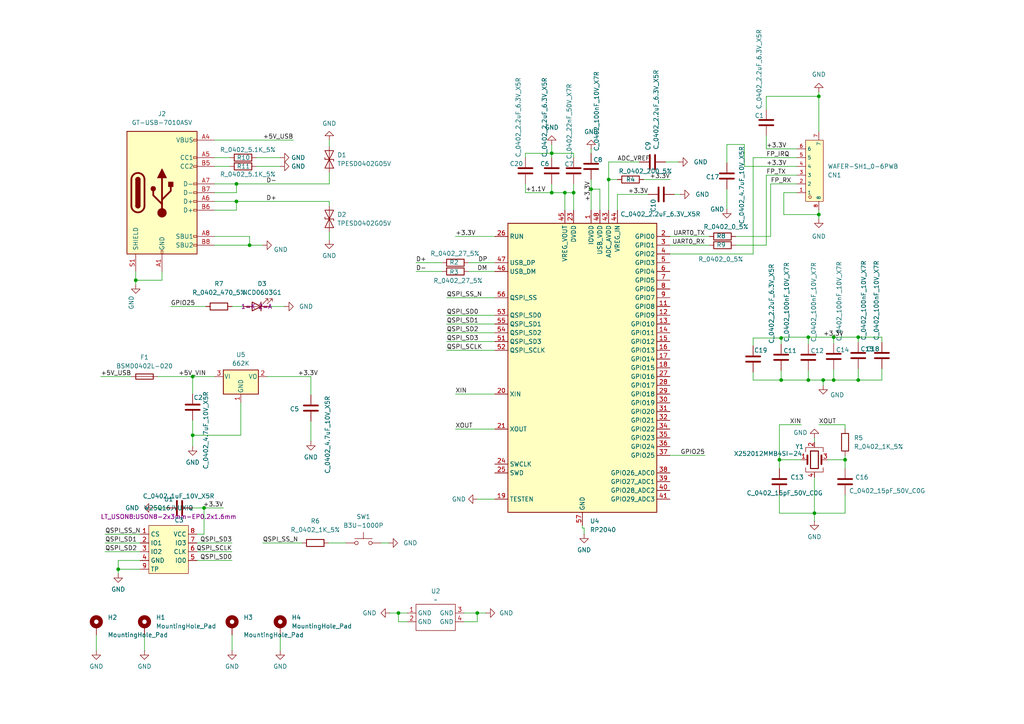
<source format=kicad_sch>
(kicad_sch (version 20250114) (generator "eeschema") (generator_version "9.0")
  (paper "A4")
  (lib_symbols
    (symbol "Device:C" (pin_numbers (hide yes)) (pin_names (offset 0.254))
      (property "Reference" "C" (at 0.635 2.54 0))
      (property "Value" "C" (at 0.635 -2.54 0))
      (symbol "C_0_1"
        (polyline (pts (xy -2.032 0.762) (xy 2.032 0.762)) (stroke (width 0.508)))
        (polyline (pts (xy -2.032 -0.762) (xy 2.032 -0.762)) (stroke (width 0.508)))
      )
      (symbol "C_1_1"
        (pin passive line (at 0 3.81 270) (length 2.794) (name "~") (number "1"))
        (pin passive line (at 0 -3.81 90) (length 2.794) (name "~") (number "2"))
      )
    )
    (symbol "Device:Crystal_GND24" (pin_names (offset 1.016) (hide yes))
      (property "Reference" "Y" (at 3.175 5.08 0))
      (property "Value" "Crystal_GND24" (at 3.175 3.175 0))
      (symbol "Crystal_GND24_0_1"
        (polyline (pts (xy -2.54 2.286) (xy -2.54 3.556) (xy 2.54 3.556) (xy 2.54 2.286)))
        (polyline (pts (xy -2.54 0) (xy -2.032 0)))
        (polyline (pts (xy -2.54 -2.286) (xy -2.54 -3.556) (xy 2.54 -3.556) (xy 2.54 -2.286)))
        (polyline (pts (xy -2.032 -1.27) (xy -2.032 1.27)) (stroke (width 0.508)))
        (rectangle (start -1.143 2.54) (end 1.143 -2.54) (stroke (width 0.3048)))
        (polyline (pts (xy 0 3.556) (xy 0 3.81)))
        (polyline (pts (xy 0 -3.81) (xy 0 -3.556)))
        (polyline (pts (xy 2.032 0) (xy 2.54 0)))
        (polyline (pts (xy 2.032 -1.27) (xy 2.032 1.27)) (stroke (width 0.508)))
      )
      (symbol "Crystal_GND24_1_1"
        (pin passive line (at -3.81 0 0) (length 1.27) (name "1") (number "1"))
        (pin passive line (at 0 5.08 270) (length 1.27) (name "2") (number "2"))
        (pin passive line (at 0 -5.08 90) (length 1.27) (name "4") (number "4"))
        (pin passive line (at 3.81 0 180) (length 1.27) (name "3") (number "3"))
      )
    )
    (symbol "Device:Fuse" (pin_numbers (hide yes)) (pin_names (offset 0))
      (property "Reference" "F" (at 2.032 0 90))
      (property "Value" "Fuse" (at -1.905 0 90))
      (symbol "Fuse_0_1"
        (rectangle (start -0.762 -2.54) (end 0.762 2.54) (stroke (width 0.254)))
        (polyline (pts (xy 0 2.54) (xy 0 -2.54)))
      )
      (symbol "Fuse_1_1"
        (pin passive line (at 0 3.81 270) (length 1.27) (name "~") (number "1"))
        (pin passive line (at 0 -3.81 90) (length 1.27) (name "~") (number "2"))
      )
    )
    (symbol "Device:LED" (pin_numbers (hide yes)) (pin_names (offset 1.016) (hide yes))
      (property "Reference" "D" (at 0 2.54 0))
      (property "Value" "LED" (at 0 -2.54 0))
      (symbol "LED_0_1"
        (polyline (pts (xy -3.048 -0.762) (xy -4.572 -2.286) (xy -3.81 -2.286) (xy -4.572 -2.286) (xy -4.572 -1.524)))
        (polyline (pts (xy -1.778 -0.762) (xy -3.302 -2.286) (xy -2.54 -2.286) (xy -3.302 -2.286) (xy -3.302 -1.524)))
        (polyline (pts (xy -1.27 0) (xy 1.27 0)))
        (polyline (pts (xy -1.27 -1.27) (xy -1.27 1.27)) (stroke (width 0.254)))
        (polyline (pts (xy 1.27 -1.27) (xy 1.27 1.27) (xy -1.27 0) (xy 1.27 -1.27)) (stroke (width 0.254)))
      )
      (symbol "LED_1_1"
        (pin passive line (at -3.81 0 0) (length 2.54) (name "K") (number "1"))
        (pin passive line (at 3.81 0 180) (length 2.54) (name "A") (number "2"))
      )
    )
    (symbol "Device:R" (pin_numbers (hide yes)) (pin_names (offset 0))
      (property "Reference" "R" (at 2.032 0 90))
      (property "Value" "R" (at 0 0 90))
      (symbol "R_0_1"
        (rectangle (start -1.016 -2.54) (end 1.016 2.54) (stroke (width 0.254)))
      )
      (symbol "R_1_1"
        (pin passive line (at 0 3.81 270) (length 1.27) (name "~") (number "1"))
        (pin passive line (at 0 -3.81 90) (length 1.27) (name "~") (number "2"))
      )
    )
    (symbol "Diode:ESD9B5.0ST5G" (pin_numbers (hide yes)) (pin_names (offset 1.016) (hide yes))
      (property "Reference" "D" (at 0 2.54 0))
      (property "Value" "ESD9B5.0ST5G" (at 0 -2.54 0))
      (symbol "ESD9B5.0ST5G_0_1"
        (polyline (pts (xy -2.54 -1.27) (xy 0 0) (xy -2.54 1.27) (xy -2.54 -1.27)) (stroke (width 0.2032)))
        (polyline (pts (xy 0.508 1.27) (xy 0 1.27) (xy 0 -1.27) (xy -0.508 -1.27)) (stroke (width 0.2032)))
        (polyline (pts (xy 1.27 0) (xy -1.27 0)))
        (polyline (pts (xy 2.54 1.27) (xy 2.54 -1.27) (xy 0 0) (xy 2.54 1.27)) (stroke (width 0.2032)))
      )
      (symbol "ESD9B5.0ST5G_1_1"
        (pin passive line (at -3.81 0 0) (length 2.54) (name "A1") (number "1"))
        (pin passive line (at 3.81 0 180) (length 2.54) (name "A2") (number "2"))
      )
    )
    (symbol "LT_Conn:WAFER-SH1_0-6PWB"
      (property "Reference" "CN" (at 0 1.27 0))
      (property "Value" "WAFER-SH1_0-6PWB" (at -11.43 11.176 0))
      (symbol "WAFER-SH1_0-6PWB_0_1"
        (rectangle (start -2.54 8.89) (end 2.54 -8.89) (fill (type background)))
        (circle (center -1.27 7.62) (radius 0.381) (fill (type background)))
        (pin unspecified line (at -5.08 6.35 0) (length 2.54) (name "1") (number "1"))
        (pin unspecified line (at -5.08 3.81 0) (length 2.54) (name "2") (number "2"))
        (pin unspecified line (at -5.08 1.27 0) (length 2.54) (name "3") (number "3"))
        (pin unspecified line (at -5.08 -1.27 0) (length 2.54) (name "4") (number "4"))
        (pin unspecified line (at -5.08 -3.81 0) (length 2.54) (name "5") (number "5"))
        (pin unspecified line (at -5.08 -6.35 0) (length 2.54) (name "6") (number "6"))
        (pin unspecified line (at 1.27 11.43 270) (length 2.54) (name "8") (number "8"))
        (pin unspecified line (at 1.27 -11.43 90) (length 2.54) (name "7") (number "7"))
      )
    )
    (symbol "LT_Module:ZW101"
      (property "Reference" "U" (at 0 0 0))
      (symbol "ZW101_0_1"
        (rectangle (start -6.35 3.81) (end 5.08 -3.81))
      )
      (symbol "ZW101_1_1"
        (pin input line (at -8.89 1.27 0) (length 2.54) (name "GND") (number "1"))
        (pin input line (at -8.89 -1.27 0) (length 2.54) (name "GND") (number "2"))
        (pin input line (at 7.62 1.27 180) (length 2.54) (name "GND") (number "3"))
        (pin input line (at 7.62 -1.27 180) (length 2.54) (name "GND") (number "4"))
      )
    )
    (symbol "LT_USB_C_Receptacle:GT-USB-7010ASV" (pin_names (offset 1.016))
      (property "Reference" "J" (at 0 22.225 0))
      (property "Value" "GT-USB-7010ASV" (at 0 19.685 0))
      (symbol "GT-USB-7010ASV_0_0"
        (rectangle (start -0.254 -17.78) (end 0.254 -16.764))
        (rectangle (start 10.16 15.494) (end 9.144 14.986))
        (rectangle (start 10.16 10.414) (end 9.144 9.906))
        (rectangle (start 10.16 7.874) (end 9.144 7.366))
        (rectangle (start 10.16 2.794) (end 9.144 2.286))
        (rectangle (start 10.16 0.254) (end 9.144 -0.254))
        (rectangle (start 10.16 -2.286) (end 9.144 -2.794))
        (rectangle (start 10.16 -4.826) (end 9.144 -5.334))
        (rectangle (start 10.16 -12.446) (end 9.144 -12.954))
        (rectangle (start 10.16 -14.986) (end 9.144 -15.494))
      )
      (symbol "GT-USB-7010ASV_0_1"
        (rectangle (start -10.16 17.78) (end 10.16 -17.78) (stroke (width 0.254)) (fill (type background)))
        (polyline (pts (xy -8.89 -3.81) (xy -8.89 3.81)) (stroke (width 0.508)))
        (rectangle (start -7.62 -3.81) (end -6.35 3.81) (stroke (width 0.254)) (fill (type outline)))
        (arc (start -7.62 3.81) (mid -6.985 4.4423) (end -6.35 3.81) (stroke (width 0.254)))
        (arc (start -7.62 3.81) (mid -6.985 4.4423) (end -6.35 3.81) (stroke (width 0.254)) (fill (type outline)))
        (arc (start -8.89 3.81) (mid -6.985 5.7067) (end -5.08 3.81) (stroke (width 0.508)))
        (arc (start -5.08 -3.81) (mid -6.985 -5.7067) (end -8.89 -3.81) (stroke (width 0.508)))
        (arc (start -6.35 -3.81) (mid -6.985 -4.4423) (end -7.62 -3.81) (stroke (width 0.254)))
        (arc (start -6.35 -3.81) (mid -6.985 -4.4423) (end -7.62 -3.81) (stroke (width 0.254)) (fill (type outline)))
        (polyline (pts (xy -5.08 3.81) (xy -5.08 -3.81)) (stroke (width 0.508)))
        (circle (center -2.54 1.143) (radius 0.635) (stroke (width 0.254)) (fill (type outline)))
        (polyline (pts (xy -1.27 4.318) (xy 0 6.858) (xy 1.27 4.318) (xy -1.27 4.318)) (stroke (width 0.254)) (fill (type outline)))
        (polyline (pts (xy 0 -2.032) (xy 2.54 0.508) (xy 2.54 1.778)) (stroke (width 0.508)))
        (polyline (pts (xy 0 -3.302) (xy -2.54 -0.762) (xy -2.54 0.508)) (stroke (width 0.508)))
        (polyline (pts (xy 0 -5.842) (xy 0 4.318)) (stroke (width 0.508)))
        (circle (center 0 -5.842) (radius 1.27) (fill (type outline)))
        (rectangle (start 1.905 1.778) (end 3.175 3.048) (stroke (width 0.254)) (fill (type outline)))
      )
      (symbol "GT-USB-7010ASV_1_1"
        (pin passive line (at -7.62 -22.86 90) (length 5.08) (name "SHIELD") (number "S1"))
        (pin passive line (at 0 -22.86 90) (length 5.08) (name "GND") (number "A1"))
        (pin passive line (at 0 -22.86 90) (length 5.08) (hide yes) (name "GND") (number "A12"))
        (pin passive line (at 0 -22.86 90) (length 5.08) (hide yes) (name "GND") (number "B1"))
        (pin passive line (at 0 -22.86 90) (length 5.08) (hide yes) (name "GND") (number "B12"))
        (pin passive line (at 15.24 15.24 180) (length 5.08) (name "VBUS") (number "A4"))
        (pin passive line (at 15.24 15.24 180) (length 5.08) (hide yes) (name "VBUS") (number "A9"))
        (pin passive line (at 15.24 15.24 180) (length 5.08) (hide yes) (name "VBUS") (number "B4"))
        (pin passive line (at 15.24 15.24 180) (length 5.08) (hide yes) (name "VBUS") (number "B9"))
        (pin bidirectional line (at 15.24 10.16 180) (length 5.08) (name "CC1") (number "A5"))
        (pin bidirectional line (at 15.24 7.62 180) (length 5.08) (name "CC2") (number "B5"))
        (pin bidirectional line (at 15.24 2.54 180) (length 5.08) (name "D-") (number "A7"))
        (pin bidirectional line (at 15.24 0 180) (length 5.08) (name "D-") (number "B7"))
        (pin bidirectional line (at 15.24 -2.54 180) (length 5.08) (name "D+") (number "A6"))
        (pin bidirectional line (at 15.24 -5.08 180) (length 5.08) (name "D+") (number "B6"))
        (pin bidirectional line (at 15.24 -12.7 180) (length 5.08) (name "SBU1") (number "A8"))
        (pin bidirectional line (at 15.24 -15.24 180) (length 5.08) (name "SBU2") (number "B8"))
      )
    )
    (symbol "LT_W25Q16JVUXIQ:W25Q16JVUXIQ"
      (property "Reference" "U" (at -3.81 7.62 0))
      (property "Value" "W25Q16JVUXIQ" (at -2.54 -6.35 0))
      (property "Footprint" "LT_USON8:USON8-2x3mm-EP0.2x1.6mm" (at -0.254 -8.636 0))
      (symbol "W25Q16JVUXIQ_1_1"
        (rectangle (start -8.89 8.89) (end 2.54 -5.08) (fill (type background)))
        (pin input line (at -11.43 6.35 0) (length 2.54) (name "CS") (number "1"))
        (pin output line (at -11.43 3.81 0) (length 2.54) (name "IO1") (number "2"))
        (pin input line (at -11.43 1.27 0) (length 2.54) (name "IO2") (number "3"))
        (pin power_out line (at -11.43 -1.27 0) (length 2.54) (name "GND") (number "4"))
        (pin power_out line (at -11.43 -3.81 0) (length 2.54) (name "TP") (number "9"))
        (pin power_in line (at 5.08 6.35 180) (length 2.54) (name "VCC") (number "8"))
        (pin input line (at 5.08 3.81 180) (length 2.54) (name "IO3") (number "7"))
        (pin input line (at 5.08 1.27 180) (length 2.54) (name "CLK") (number "6"))
        (pin input line (at 5.08 -1.27 180) (length 2.54) (name "IO0") (number "5"))
      )
    )
    (symbol "MCU_RaspberryPi:RP2040"
      (property "Reference" "U" (at 17.78 45.72 0))
      (property "Value" "RP2040" (at 17.78 43.18 0))
      (symbol "RP2040_0_1"
        (rectangle (start -21.59 41.91) (end 21.59 -41.91) (stroke (width 0.254)) (fill (type background)))
      )
      (symbol "RP2040_1_1"
        (pin input line (at -25.4 38.1 0) (length 3.81) (name "RUN") (number "26"))
        (pin bidirectional line (at -25.4 30.48 0) (length 3.81) (name "USB_DP") (number "47"))
        (pin bidirectional line (at -25.4 27.94 0) (length 3.81) (name "USB_DM") (number "46"))
        (pin bidirectional line (at -25.4 20.32 0) (length 3.81) (name "QSPI_SS") (number "56"))
        (pin bidirectional line (at -25.4 15.24 0) (length 3.81) (name "QSPI_SD0") (number "53"))
        (pin bidirectional line (at -25.4 12.7 0) (length 3.81) (name "QSPI_SD1") (number "55"))
        (pin bidirectional line (at -25.4 10.16 0) (length 3.81) (name "QSPI_SD2") (number "54"))
        (pin bidirectional line (at -25.4 7.62 0) (length 3.81) (name "QSPI_SD3") (number "51"))
        (pin output line (at -25.4 5.08 0) (length 3.81) (name "QSPI_SCLK") (number "52"))
        (pin input line (at -25.4 -7.62 0) (length 3.81) (name "XIN") (number "20"))
        (pin passive line (at -25.4 -17.78 0) (length 3.81) (name "XOUT") (number "21"))
        (pin input line (at -25.4 -27.94 0) (length 3.81) (name "SWCLK") (number "24"))
        (pin bidirectional line (at -25.4 -30.48 0) (length 3.81) (name "SWD") (number "25"))
        (pin input line (at -25.4 -38.1 0) (length 3.81) (name "TESTEN") (number "19"))
        (pin power_out line (at -5.08 45.72 270) (length 3.81) (name "VREG_VOUT") (number "45"))
        (pin power_in line (at -2.54 45.72 270) (length 3.81) (name "DVDD") (number "23"))
        (pin passive line (at -2.54 45.72 270) (length 3.81) (hide yes) (name "DVDD") (number "50"))
        (pin power_in line (at 0 -45.72 90) (length 3.81) (name "GND") (number "57"))
        (pin power_in line (at 2.54 45.72 270) (length 3.81) (name "IOVDD") (number "1"))
        (pin passive line (at 2.54 45.72 270) (length 3.81) (hide yes) (name "IOVDD") (number "10"))
        (pin passive line (at 2.54 45.72 270) (length 3.81) (hide yes) (name "IOVDD") (number "22"))
        (pin passive line (at 2.54 45.72 270) (length 3.81) (hide yes) (name "IOVDD") (number "33"))
        (pin passive line (at 2.54 45.72 270) (length 3.81) (hide yes) (name "IOVDD") (number "42"))
        (pin passive line (at 2.54 45.72 270) (length 3.81) (hide yes) (name "IOVDD") (number "49"))
        (pin power_in line (at 5.08 45.72 270) (length 3.81) (name "USB_VDD") (number "48"))
        (pin power_in line (at 7.62 45.72 270) (length 3.81) (name "ADC_AVDD") (number "43"))
        (pin power_in line (at 10.16 45.72 270) (length 3.81) (name "VREG_IN") (number "44"))
        (pin bidirectional line (at 25.4 38.1 180) (length 3.81) (name "GPIO0") (number "2"))
        (pin bidirectional line (at 25.4 35.56 180) (length 3.81) (name "GPIO1") (number "3"))
        (pin bidirectional line (at 25.4 33.02 180) (length 3.81) (name "GPIO2") (number "4"))
        (pin bidirectional line (at 25.4 30.48 180) (length 3.81) (name "GPIO3") (number "5"))
        (pin bidirectional line (at 25.4 27.94 180) (length 3.81) (name "GPIO4") (number "6"))
        (pin bidirectional line (at 25.4 25.4 180) (length 3.81) (name "GPIO5") (number "7"))
        (pin bidirectional line (at 25.4 22.86 180) (length 3.81) (name "GPIO6") (number "8"))
        (pin bidirectional line (at 25.4 20.32 180) (length 3.81) (name "GPIO7") (number "9"))
        (pin bidirectional line (at 25.4 17.78 180) (length 3.81) (name "GPIO8") (number "11"))
        (pin bidirectional line (at 25.4 15.24 180) (length 3.81) (name "GPIO9") (number "12"))
        (pin bidirectional line (at 25.4 12.7 180) (length 3.81) (name "GPIO10") (number "13"))
        (pin bidirectional line (at 25.4 10.16 180) (length 3.81) (name "GPIO11") (number "14"))
        (pin bidirectional line (at 25.4 7.62 180) (length 3.81) (name "GPIO12") (number "15"))
        (pin bidirectional line (at 25.4 5.08 180) (length 3.81) (name "GPIO13") (number "16"))
        (pin bidirectional line (at 25.4 2.54 180) (length 3.81) (name "GPIO14") (number "17"))
        (pin bidirectional line (at 25.4 0 180) (length 3.81) (name "GPIO15") (number "18"))
        (pin bidirectional line (at 25.4 -2.54 180) (length 3.81) (name "GPIO16") (number "27"))
        (pin bidirectional line (at 25.4 -5.08 180) (length 3.81) (name "GPIO17") (number "28"))
        (pin bidirectional line (at 25.4 -7.62 180) (length 3.81) (name "GPIO18") (number "29"))
        (pin bidirectional line (at 25.4 -10.16 180) (length 3.81) (name "GPIO19") (number "30"))
        (pin bidirectional line (at 25.4 -12.7 180) (length 3.81) (name "GPIO20") (number "31"))
        (pin bidirectional line (at 25.4 -15.24 180) (length 3.81) (name "GPIO21") (number "32"))
        (pin bidirectional line (at 25.4 -17.78 180) (length 3.81) (name "GPIO22") (number "34"))
        (pin bidirectional line (at 25.4 -20.32 180) (length 3.81) (name "GPIO23") (number "35"))
        (pin bidirectional line (at 25.4 -22.86 180) (length 3.81) (name "GPIO24") (number "36"))
        (pin bidirectional line (at 25.4 -25.4 180) (length 3.81) (name "GPIO25") (number "37"))
        (pin bidirectional line (at 25.4 -30.48 180) (length 3.81) (name "GPIO26_ADC0") (number "38"))
        (pin bidirectional line (at 25.4 -33.02 180) (length 3.81) (name "GPIO27_ADC1") (number "39"))
        (pin bidirectional line (at 25.4 -35.56 180) (length 3.81) (name "GPIO28_ADC2") (number "40"))
        (pin bidirectional line (at 25.4 -38.1 180) (length 3.81) (name "GPIO29_ADC3") (number "41"))
      )
    )
    (symbol "Mechanical:MountingHole_Pad" (pin_numbers (hide yes)) (pin_names (offset 1.016) (hide yes)) (in_bom no)
      (property "Reference" "H" (at 0 6.35 0))
      (property "Value" "MountingHole_Pad" (at 0 4.445 0))
      (symbol "MountingHole_Pad_0_1"
        (circle (center 0 1.27) (radius 1.27) (stroke (width 1.27)))
      )
      (symbol "MountingHole_Pad_1_1"
        (pin input line (at 0 -2.54 90) (length 2.54) (name "1") (number "1"))
      )
    )
    (symbol "Regulator_Linear:TPS7A0533PDBZ" (pin_names (offset 0.254))
      (property "Reference" "U" (at -3.81 3.175 0))
      (property "Value" "TPS7A0533PDBZ" (at 0 3.175 0))
      (symbol "TPS7A0533PDBZ_0_1"
        (rectangle (start -5.08 -5.08) (end 5.08 1.905) (stroke (width 0.254)) (fill (type background)))
      )
      (symbol "TPS7A0533PDBZ_1_1"
        (pin power_in line (at -7.62 0 0) (length 2.54) (name "VI") (number "3"))
        (pin power_in line (at 0 -7.62 90) (length 2.54) (name "GND") (number "1"))
        (pin power_out line (at 7.62 0 180) (length 2.54) (name "VO") (number "2"))
      )
    )
    (symbol "Switch:SW_Push" (pin_numbers (hide yes)) (pin_names (offset 1.016) (hide yes))
      (property "Reference" "SW" (at 1.27 2.54 0))
      (property "Value" "SW_Push" (at 0 -1.524 0))
      (symbol "SW_Push_0_1"
        (circle (center -2.032 0) (radius 0.508))
        (polyline (pts (xy 0 1.27) (xy 0 3.048)))
        (circle (center 2.032 0) (radius 0.508))
        (polyline (pts (xy 2.54 1.27) (xy -2.54 1.27)))
        (pin passive line (at -5.08 0 0) (length 2.54) (name "1") (number "1"))
        (pin passive line (at 5.08 0 180) (length 2.54) (name "2") (number "2"))
      )
    )
    (symbol "power:GND" (power) (pin_numbers (hide yes)) (pin_names (offset 0) (hide yes))
      (property "Value" "GND" (at 0 -3.81 0))
      (symbol "GND_0_1"
        (polyline (pts (xy 0 0) (xy 0 -1.27) (xy 1.27 -1.27) (xy 0 -2.54) (xy -1.27 -1.27) (xy 0 -1.27)))
      )
      (symbol "GND_1_1"
        (pin power_in line (at 0 0 270) (length 0) (name "~") (number "1"))
      )
    )
  )
  (junction (at 245.11 133.35))
  (junction (at 68.58 58.42))
  (junction (at 226.06 133.35))
  (junction (at 234.442 110.236))
  (junction (at 236.22 148.844))
  (junction (at 138.43 177.8))
  (junction (at 163.83 55.88))
  (junction (at 176.53 52.07))
  (junction (at 72.39 71.12))
  (junction (at 248.92 97.79))
  (junction (at 241.808 110.236))
  (junction (at 55.88 126.238))
  (junction (at 234.442 97.79))
  (junction (at 241.808 97.79))
  (junction (at 55.88 109.22))
  (junction (at 248.92 110.236))
  (junction (at 39.37 81.28))
  (junction (at 68.58 53.34))
  (junction (at 160.02 55.88))
  (junction (at 171.45 54.864))
  (junction (at 237.49 62.23))
  (junction (at 166.37 55.88))
  (junction (at 160.02 44.45))
  (junction (at 34.29 165.1))
  (junction (at 226.568 110.236))
  (junction (at 226.568 98.044))
  (junction (at 238.76 110.236))
  (junction (at 115.57 177.8))
  (junction (at 237.49 27.94))
  (junction (at 59.182 147.32))
  (wire (pts (xy 173.99 60.96) (xy 173.99 54.864)))
  (wire (pts (xy 226.06 148.844) (xy 236.22 148.844)))
  (wire (pts (xy 129.54 101.6) (xy 143.51 101.6)))
  (wire (pts (xy 77.47 109.22) (xy 90.17 109.22)))
  (wire (pts (xy 129.54 91.44) (xy 143.51 91.44)))
  (wire (pts (xy 129.54 93.98) (xy 143.51 93.98)))
  (wire (pts (xy 168.91 153.162) (xy 169.418 153.162)))
  (wire (pts (xy 68.58 58.42) (xy 95.504 58.42)))
  (wire (pts (xy 166.37 53.34) (xy 166.37 55.88)))
  (wire (pts (xy 179.07 56.388) (xy 187.96 56.388)))
  (wire (pts (xy 222.25 50.8) (xy 231.14 50.8)))
  (wire (pts (xy 132.08 124.46) (xy 143.51 124.46)))
  (wire (pts (xy 194.31 71.12) (xy 205.74 71.12)))
  (wire (pts (xy 55.88 121.92) (xy 55.88 126.238)))
  (wire (pts (xy 241.808 110.236) (xy 238.76 110.236)))
  (wire (pts (xy 69.85 116.84) (xy 69.85 126.238)))
  (wire (pts (xy 115.57 177.8) (xy 118.11 177.8)))
  (wire (pts (xy 223.52 68.58) (xy 223.52 53.34)))
  (wire (pts (xy 74.295 48.26) (xy 81.28 48.26)))
  (wire (pts (xy 90.17 122.174) (xy 90.17 128.016)))
  (wire (pts (xy 245.11 148.844) (xy 245.11 143.51)))
  (wire (pts (xy 62.23 68.58) (xy 72.39 68.58)))
  (wire (pts (xy 195.58 56.388) (xy 197.358 56.388)))
  (wire (pts (xy 55.88 126.238) (xy 69.85 126.238)))
  (wire (pts (xy 120.65 76.2) (xy 128.27 76.2)))
  (wire (pts (xy 222.25 27.94) (xy 222.25 31.75)))
  (wire (pts (xy 81.28 184.15) (xy 81.28 188.722)))
  (wire (pts (xy 55.88 109.22) (xy 62.23 109.22)))
  (wire (pts (xy 160.02 41.91) (xy 160.02 44.45)))
  (wire (pts (xy 72.39 71.12) (xy 76.2 71.12)))
  (wire (pts (xy 115.57 177.8) (xy 115.57 180.34)))
  (wire (pts (xy 132.08 114.3) (xy 143.51 114.3)))
  (wire (pts (xy 78.232 88.9) (xy 82.55 88.9)))
  (wire (pts (xy 95.504 67.31) (xy 95.504 69.596)))
  (wire (pts (xy 227.33 62.23) (xy 237.49 62.23)))
  (wire (pts (xy 132.08 68.58) (xy 143.51 68.58)))
  (wire (pts (xy 62.23 58.42) (xy 68.58 58.42)))
  (wire (pts (xy 227.33 55.88) (xy 227.33 62.23)))
  (wire (pts (xy 57.15 157.48) (xy 67.31 157.48)))
  (wire (pts (xy 62.23 53.34) (xy 68.58 53.34)))
  (wire (pts (xy 95.504 50.038) (xy 95.504 53.34)))
  (wire (pts (xy 186.69 52.07) (xy 194.31 52.07)))
  (wire (pts (xy 138.43 180.34) (xy 134.62 180.34)))
  (wire (pts (xy 248.92 106.934) (xy 248.92 110.236)))
  (wire (pts (xy 152.4 53.34) (xy 152.4 55.88)))
  (wire (pts (xy 129.54 86.36) (xy 143.51 86.36)))
  (wire (pts (xy 237.49 62.23) (xy 237.49 63.5)))
  (wire (pts (xy 95.504 59.69) (xy 95.504 58.42)))
  (wire (pts (xy 237.49 26.67) (xy 237.49 27.94)))
  (wire (pts (xy 226.06 133.35) (xy 232.41 133.35)))
  (wire (pts (xy 30.48 157.48) (xy 40.64 157.48)))
  (wire (pts (xy 222.25 27.94) (xy 237.49 27.94)))
  (wire (pts (xy 49.53 88.9) (xy 59.69 88.9)))
  (wire (pts (xy 194.31 132.08) (xy 204.47 132.08)))
  (wire (pts (xy 226.06 148.844) (xy 226.06 143.51)))
  (wire (pts (xy 160.02 55.88) (xy 163.83 55.88)))
  (wire (pts (xy 215.9 41.91) (xy 215.9 48.26)))
  (wire (pts (xy 236.22 127) (xy 236.22 128.27)))
  (wire (pts (xy 236.22 148.844) (xy 236.22 151.13)))
  (wire (pts (xy 41.91 184.15) (xy 41.91 188.722)))
  (wire (pts (xy 238.76 110.236) (xy 238.76 111.76)))
  (wire (pts (xy 226.568 98.044) (xy 226.568 97.79)))
  (wire (pts (xy 39.37 78.74) (xy 39.37 81.28)))
  (wire (pts (xy 193.04 46.99) (xy 196.85 46.99)))
  (wire (pts (xy 152.4 55.88) (xy 160.02 55.88)))
  (wire (pts (xy 194.31 68.58) (xy 205.74 68.58)))
  (wire (pts (xy 34.29 166.37) (xy 34.29 165.1)))
  (wire (pts (xy 218.44 98.044) (xy 226.568 98.044)))
  (wire (pts (xy 44.45 147.32) (xy 48.26 147.32)))
  (wire (pts (xy 57.15 154.94) (xy 59.182 154.94)))
  (wire (pts (xy 176.53 46.99) (xy 185.42 46.99)))
  (wire (pts (xy 62.23 71.12) (xy 72.39 71.12)))
  (wire (pts (xy 34.29 162.56) (xy 34.29 165.1)))
  (wire (pts (xy 74.295 45.72) (xy 81.28 45.72)))
  (wire (pts (xy 160.02 44.45) (xy 152.4 44.45)))
  (wire (pts (xy 171.45 44.45) (xy 171.45 43.18)))
  (wire (pts (xy 255.778 110.236) (xy 248.92 110.236)))
  (wire (pts (xy 218.44 45.72) (xy 231.14 45.72)))
  (wire (pts (xy 168.91 152.4) (xy 168.91 153.162)))
  (wire (pts (xy 222.25 71.12) (xy 222.25 50.8)))
  (wire (pts (xy 55.88 147.32) (xy 59.182 147.32)))
  (wire (pts (xy 215.9 48.26) (xy 231.14 48.26)))
  (wire (pts (xy 226.568 99.822) (xy 226.568 98.044)))
  (wire (pts (xy 95.504 40.64) (xy 95.504 42.418)))
  (wire (pts (xy 120.65 78.74) (xy 128.27 78.74)))
  (wire (pts (xy 226.06 123.19) (xy 226.06 133.35)))
  (wire (pts (xy 241.808 107.188) (xy 241.808 110.236)))
  (wire (pts (xy 179.07 60.96) (xy 179.07 56.388)))
  (wire (pts (xy 245.11 124.46) (xy 245.11 123.19)))
  (wire (pts (xy 171.45 54.864) (xy 171.45 60.96)))
  (wire (pts (xy 138.43 177.8) (xy 138.43 180.34)))
  (wire (pts (xy 134.62 177.8) (xy 138.43 177.8)))
  (wire (pts (xy 210.82 41.91) (xy 215.9 41.91)))
  (wire (pts (xy 237.49 123.19) (xy 245.11 123.19)))
  (wire (pts (xy 231.14 55.88) (xy 227.33 55.88)))
  (wire (pts (xy 45.72 109.22) (xy 55.88 109.22)))
  (wire (pts (xy 57.15 162.56) (xy 67.31 162.56)))
  (wire (pts (xy 237.49 60.96) (xy 237.49 62.23)))
  (wire (pts (xy 46.99 81.28) (xy 39.37 81.28)))
  (wire (pts (xy 67.31 88.9) (xy 70.612 88.9)))
  (wire (pts (xy 176.53 52.07) (xy 176.53 46.99)))
  (wire (pts (xy 218.44 100.33) (xy 218.44 98.044)))
  (wire (pts (xy 30.48 154.94) (xy 40.64 154.94)))
  (wire (pts (xy 72.39 68.58) (xy 72.39 71.12)))
  (wire (pts (xy 68.58 60.96) (xy 68.58 58.42)))
  (wire (pts (xy 90.17 109.22) (xy 90.17 114.554)))
  (wire (pts (xy 245.11 132.08) (xy 245.11 133.35)))
  (wire (pts (xy 210.82 41.91) (xy 210.82 47.244)))
  (wire (pts (xy 160.02 44.45) (xy 166.37 44.45)))
  (wire (pts (xy 163.83 55.88) (xy 166.37 55.88)))
  (wire (pts (xy 226.568 107.442) (xy 226.568 110.236)))
  (wire (pts (xy 62.23 55.88) (xy 68.58 55.88)))
  (wire (pts (xy 245.11 133.35) (xy 245.11 135.89)))
  (wire (pts (xy 245.11 148.844) (xy 236.22 148.844)))
  (wire (pts (xy 194.31 73.66) (xy 218.44 73.66)))
  (wire (pts (xy 237.49 27.94) (xy 237.49 38.1)))
  (wire (pts (xy 248.92 97.79) (xy 248.92 99.314)))
  (wire (pts (xy 76.2 157.48) (xy 87.63 157.48)))
  (wire (pts (xy 138.43 177.8) (xy 140.97 177.8)))
  (wire (pts (xy 210.82 54.864) (xy 210.82 60.706)))
  (wire (pts (xy 110.49 157.48) (xy 112.776 157.48)))
  (wire (pts (xy 129.54 99.06) (xy 143.51 99.06)))
  (wire (pts (xy 62.23 40.64) (xy 85.09 40.64)))
  (wire (pts (xy 163.83 55.88) (xy 163.83 60.96)))
  (wire (pts (xy 255.778 97.79) (xy 248.92 97.79)))
  (wire (pts (xy 248.92 97.79) (xy 241.808 97.79)))
  (wire (pts (xy 113.03 177.8) (xy 115.57 177.8)))
  (wire (pts (xy 171.45 52.07) (xy 171.45 54.864)))
  (wire (pts (xy 222.25 43.18) (xy 231.14 43.18)))
  (wire (pts (xy 39.37 81.28) (xy 39.37 82.55)))
  (wire (pts (xy 68.58 53.34) (xy 95.504 53.34)))
  (wire (pts (xy 236.22 138.43) (xy 236.22 148.844)))
  (wire (pts (xy 241.808 97.79) (xy 234.442 97.79)))
  (wire (pts (xy 234.442 110.236) (xy 238.76 110.236)))
  (wire (pts (xy 135.89 76.2) (xy 143.51 76.2)))
  (wire (pts (xy 138.43 144.78) (xy 143.51 144.78)))
  (wire (pts (xy 240.03 133.35) (xy 245.11 133.35)))
  (wire (pts (xy 255.778 106.934) (xy 255.778 110.236)))
  (wire (pts (xy 67.31 184.15) (xy 67.31 188.722)))
  (wire (pts (xy 55.88 129.54) (xy 55.88 126.238)))
  (wire (pts (xy 29.21 109.22) (xy 38.1 109.22)))
  (wire (pts (xy 218.44 110.236) (xy 226.568 110.236)))
  (wire (pts (xy 213.36 68.58) (xy 223.52 68.58)))
  (wire (pts (xy 27.94 184.15) (xy 27.94 188.722)))
  (wire (pts (xy 226.568 97.79) (xy 234.442 97.79)))
  (wire (pts (xy 218.44 73.66) (xy 218.44 45.72)))
  (wire (pts (xy 241.808 99.568) (xy 241.808 97.79)))
  (wire (pts (xy 171.45 54.864) (xy 173.99 54.864)))
  (wire (pts (xy 169.418 153.162) (xy 169.418 154.94)))
  (wire (pts (xy 226.06 123.19) (xy 232.41 123.19)))
  (wire (pts (xy 213.36 71.12) (xy 222.25 71.12)))
  (wire (pts (xy 166.37 55.88) (xy 166.37 60.96)))
  (wire (pts (xy 226.568 110.236) (xy 234.442 110.236)))
  (wire (pts (xy 59.182 154.94) (xy 59.182 147.32)))
  (wire (pts (xy 62.23 48.26) (xy 66.675 48.26)))
  (wire (pts (xy 176.53 60.96) (xy 176.53 52.07)))
  (wire (pts (xy 55.88 109.22) (xy 55.88 114.3)))
  (wire (pts (xy 135.89 78.74) (xy 143.51 78.74)))
  (wire (pts (xy 95.25 157.48) (xy 100.33 157.48)))
  (wire (pts (xy 223.52 53.34) (xy 231.14 53.34)))
  (wire (pts (xy 34.29 165.1) (xy 40.64 165.1)))
  (wire (pts (xy 226.06 133.35) (xy 226.06 135.89)))
  (wire (pts (xy 30.48 160.02) (xy 40.64 160.02)))
  (wire (pts (xy 59.182 147.32) (xy 64.77 147.32)))
  (wire (pts (xy 152.4 45.72) (xy 152.4 44.45)))
  (wire (pts (xy 115.57 180.34) (xy 118.11 180.34)))
  (wire (pts (xy 46.99 78.74) (xy 46.99 81.28)))
  (wire (pts (xy 218.44 107.95) (xy 218.44 110.236)))
  (wire (pts (xy 255.778 99.314) (xy 255.778 97.79)))
  (wire (pts (xy 62.23 45.72) (xy 66.675 45.72)))
  (wire (pts (xy 234.442 97.79) (xy 234.442 99.822)))
  (wire (pts (xy 57.15 160.02) (xy 67.31 160.02)))
  (wire (pts (xy 176.53 52.07) (xy 179.07 52.07)))
  (wire (pts (xy 222.25 39.37) (xy 222.25 43.18)))
  (wire (pts (xy 234.442 107.442) (xy 234.442 110.236)))
  (wire (pts (xy 40.64 162.56) (xy 34.29 162.56)))
  (wire (pts (xy 248.92 110.236) (xy 241.808 110.236)))
  (wire (pts (xy 68.58 55.88) (xy 68.58 53.34)))
  (wire (pts (xy 166.37 44.45) (xy 166.37 45.72)))
  (wire (pts (xy 160.02 45.72) (xy 160.02 44.45)))
  (wire (pts (xy 160.02 55.88) (xy 160.02 53.34)))
  (wire (pts (xy 62.23 60.96) (xy 68.58 60.96)))
  (wire (pts (xy 129.54 96.52) (xy 143.51 96.52)))
  (label "QSPI_SD0" (at 67.31 162.56 180))
  (label "QSPI_SCLK" (at 129.54 101.6 0))
  (label "+3.3V" (at 171.45 58.42 90))
  (label "XOUT" (at 132.08 124.46 0))
  (label "+5V_VIN" (at 51.7144 109.22 0))
  (label "+3.3V" (at 222.25 48.26 0))
  (label "+3.3V" (at 222.25 43.18 0))
  (label "QSPI_SD1" (at 30.48 157.48 0))
  (label "+3.3V" (at 238.76 97.79 0))
  (label "DM" (at 138.43 78.74 0))
  (label "D+" (at 120.65 76.2 0))
  (label "+1.1V" (at 152.4 55.88 0))
  (label "QSPI_SS_N" (at 30.48 154.94 0))
  (label "D-" (at 120.65 78.74 0))
  (label "QSPI_SS_N" (at 76.2 157.48 0))
  (label "FP_IRQ" (at 222.25 45.72 0))
  (label "FP_RX" (at 223.52 53.34 0))
  (label "QSPI_SCLK" (at 67.31 160.02 180))
  (label "QSPI_SD2" (at 30.48 160.02 0))
  (label "QSPI_SD0" (at 129.54 91.44 0))
  (label "QSPI_SD1" (at 129.54 93.98 0))
  (label "+3.3V" (at 132.08 68.58 0))
  (label "XIN" (at 132.08 114.3 0))
  (label "D-" (at 77.216 53.34 0))
  (label "+3.3V" (at 86.36 109.22 0))
  (label "+3.3V" (at 64.77 147.32 180))
  (label "QSPI_SS_N" (at 129.54 86.36 0))
  (label "+5V_USB" (at 29.21 109.22 0))
  (label "GPIO25" (at 49.53 88.9 0))
  (label "UART0_TX" (at 204.47 68.58 180))
  (label "+5V_USB" (at 85.09 40.64 180))
  (label "XIN" (at 232.41 123.19 180))
  (label "+3.3V" (at 182.118 56.388 0))
  (label "FP_TX" (at 222.25 50.8 0))
  (label "QSPI_SD3" (at 67.31 157.48 180))
  (label "DP" (at 138.684 76.2 0))
  (label "XOUT" (at 237.49 123.19 0))
  (label "D+" (at 77.216 58.42 0))
  (label "+3.3V" (at 194.31 52.07 180))
  (label "UART0_RX" (at 204.47 71.12 180))
  (label "ADC_VREF" (at 179.07 46.99 0))
  (label "QSPI_SD2" (at 129.54 96.52 0))
  (label "QSPI_SD3" (at 129.54 99.06 0))
  (label "GPIO25" (at 204.47 132.08 180))
  (symbol (lib_id "power:GND") (at 44.45 147.32 270) (unit 1)
    (property "Reference" "#PWR03" (effects (hide yes)))
    (property "Value" "GND" (at 40.386 147.32 90) (effects (justify right)))
    (property "Description" "Power symbol creates a global label with name \"GND\" , ground" (effects (hide yes)))
  )
  (symbol (lib_id "Mechanical:MountingHole_Pad") (at 81.28 181.61 0) (unit 1) (in_bom no)
    (property "Reference" "H4" (at 84.582 179.07 0) (effects (justify left)))
    (property "Value" "MountingHole_Pad" (at 84.582 181.61 0) (effects (justify left)))
    (property "Footprint" "MountingHole:MountingHole_2.2mm_M2_Pad" (effects (hide yes)))
    (property "Description" "Mounting Hole with connection" (effects (hide yes)))
  )
  (symbol (lib_id "power:GND") (at 41.91 188.722 0) (unit 1)
    (property "Reference" "#PWR022" (effects (hide yes)))
    (property "Value" "GND" (at 41.91 193.294 0))
    (property "Description" "Power symbol creates a global label with name \"GND\" , ground" (effects (hide yes)))
  )
  (symbol (lib_id "LT_Module:ZW101") (at 127 179.07 0) (unit 1)
    (property "Reference" "U2" (at 126.365 171.45 0))
    (property "Value" "~" (at 126.365 173.99 0))
    (property "Footprint" "LT_Module:ZW101" (effects (hide yes)))
  )
  (symbol (lib_id "power:GND") (at 236.22 127 180) (unit 1)
    (property "Reference" "#PWR023" (effects (hide yes)))
    (property "Value" "GND" (at 232.156 125.476 0))
    (property "Description" "Power symbol creates a global label with name \"GND\" , ground" (effects (hide yes)))
  )
  (symbol (lib_id "LT_USB_C_Receptacle:GT-USB-7010ASV") (at 46.99 55.88 0) (unit 1)
    (property "Reference" "J2" (at 46.99 33.02 0))
    (property "Value" "GT-USB-7010ASV" (at 46.99 35.56 0))
    (property "Footprint" "LT_USB_Receptacle:USB_C_Receptacle_G-Switch_GT-USB-7010ASV" (effects (hide yes)))
    (property "Datasheet" "https://www.usb.org/sites/default/files/documents/usb_type-c.zip" (effects (hide yes)))
    (property "Description" "USB 2.0-only 16P Type-C Receptacle connector" (effects (hide yes)))
  )
  (symbol (lib_id "power:GND") (at 81.28 45.72 90) (unit 1)
    (property "Reference" "#PWR029" (effects (hide yes)))
    (property "Value" "GND" (at 84.455 45.72 90) (effects (justify right)))
    (property "Description" "Power symbol creates a global label with name \"GND\" , ground" (effects (hide yes)))
  )
  (symbol (lib_id "power:GND") (at 210.82 60.706 0) (unit 1)
    (property "Reference" "#PWR031" (effects (hide yes)))
    (property "Value" "GND" (at 208.026 60.706 0))
    (property "Description" "Power symbol creates a global label with name \"GND\" , ground" (effects (hide yes)))
  )
  (symbol (lib_id "power:GND") (at 237.49 63.5 0) (unit 1)
    (property "Reference" "#PWR018" (effects (hide yes)))
    (property "Value" "GND" (at 237.49 68.58 0))
    (property "Description" "Power symbol creates a global label with name \"GND\" , ground" (effects (hide yes)))
  )
  (symbol (lib_id "power:GND") (at 34.29 166.37 0) (unit 1)
    (property "Reference" "#PWR01" (effects (hide yes)))
    (property "Value" "GND" (at 34.29 170.942 0))
    (property "Description" "Power symbol creates a global label with name \"GND\" , ground" (effects (hide yes)))
  )
  (symbol (lib_id "power:GND") (at 169.418 154.94 0) (unit 1)
    (property "Reference" "#PWR011" (effects (hide yes)))
    (property "Value" "GND" (at 169.418 159.512 0))
    (property "Description" "Power symbol creates a global label with name \"GND\" , ground" (effects (hide yes)))
  )
  (symbol (lib_id "Device:C") (at 152.4 49.53 0) (mirror y) (unit 1)
    (property "Reference" "C20" (at 151.7396 47.498 0) (effects (justify left)))
    (property "Value" "C_0402_2.2uF_6.3V_X5R" (at 150.3172 45.6692 90) (effects (justify left)))
    (property "Footprint" "Capacitor_SMD:C_0402_1005Metric" (effects (hide yes)))
    (property "Description" "Unpolarized capacitor" (effects (hide yes)))
  )
  (symbol (lib_id "Device:R") (at 91.44 157.48 90) (unit 1)
    (property "Reference" "R6" (at 91.44 151.13 90))
    (property "Value" "R_0402_1K_5%" (at 91.44 153.67 90))
    (property "Footprint" "Resistor_SMD:R_0402_1005Metric" (effects (hide yes)))
    (property "Description" "Resistor" (effects (hide yes)))
  )
  (symbol (lib_id "Device:C") (at 241.808 103.378 0) (unit 1)
    (property "Reference" "C14" (at 242.443 101.473 0) (effects (justify left)))
    (property "Value" "C_0402_100nF_10V_X7R" (at 243.3828 99.0092 90) (effects (justify left)))
    (property "Footprint" "Capacitor_SMD:C_0402_1005Metric" (effects (hide yes)))
    (property "Description" "Unpolarized capacitor" (effects (hide yes)))
  )
  (symbol (lib_id "Device:C") (at 189.23 46.99 90) (unit 1)
    (property "Reference" "C9" (at 187.96 43.688 0) (effects (justify left)))
    (property "Value" "C_0402_2.2uF_6.3V_X5R" (at 190.2968 43.434 0) (effects (justify left)))
    (property "Footprint" "Capacitor_SMD:C_0402_1005Metric" (effects (hide yes)))
    (property "Description" "Unpolarized capacitor" (effects (hide yes)))
  )
  (symbol (lib_id "Diode:ESD9B5.0ST5G") (at 95.504 63.5 90) (unit 1)
    (property "Reference" "D2" (at 97.79 62.2299 90) (effects (justify right)))
    (property "Value" "TPESD0402G05V" (at 97.79 64.7699 90) (effects (justify right)))
    (property "Footprint" "LT_Diode:D0402-BI" (effects (hide yes)))
    (property "Datasheet" "https://www.onsemi.com/pub/Collateral/ESD9B-D.PDF" (effects (hide yes)))
    (property "Description" "ESD protection diode, 5.0Vrwm, SOD-923" (effects (hide yes)))
  )
  (symbol (lib_id "Mechanical:MountingHole_Pad") (at 41.91 181.61 0) (unit 1) (in_bom no)
    (property "Reference" "H1" (at 45.212 179.07 0) (effects (justify left)))
    (property "Value" "MountingHole_Pad" (at 45.212 181.61 0) (effects (justify left)))
    (property "Footprint" "MountingHole:MountingHole_2.2mm_M2_Pad" (effects (hide yes)))
    (property "Description" "Mounting Hole with connection" (effects (hide yes)))
  )
  (symbol (lib_id "power:GND") (at 236.22 151.13 0) (unit 1)
    (property "Reference" "#PWR017" (effects (hide yes)))
    (property "Value" "GND" (at 236.22 155.702 0))
    (property "Description" "Power symbol creates a global label with name \"GND\" , ground" (effects (hide yes)))
  )
  (symbol (lib_id "power:GND") (at 138.43 144.78 270) (unit 1)
    (property "Reference" "#PWR021" (effects (hide yes)))
    (property "Value" "GND" (at 135.128 144.78 90) (effects (justify right)))
    (property "Description" "Power symbol creates a global label with name \"GND\" , ground" (effects (hide yes)))
  )
  (symbol (lib_id "power:GND") (at 67.31 188.722 0) (unit 1)
    (property "Reference" "#PWR025" (effects (hide yes)))
    (property "Value" "GND" (at 67.31 193.294 0))
    (property "Description" "Power symbol creates a global label with name \"GND\" , ground" (effects (hide yes)))
  )
  (symbol (lib_id "Device:R") (at 132.08 76.2 90) (unit 1)
    (property "Reference" "R2" (at 131.699 76.0984 90))
    (property "Value" "R_0402_27_5%" (at 131.953 73.533 90))
    (property "Footprint" "Resistor_SMD:R_0402_1005Metric" (effects (hide yes)))
    (property "Description" "Resistor" (effects (hide yes)))
  )
  (symbol (lib_id "Switch:SW_Push") (at 105.41 157.48 0) (unit 1)
    (property "Reference" "SW1" (at 105.41 149.86 0))
    (property "Value" "B3U-1000P" (at 105.41 152.4 0))
    (property "Footprint" "Button_Switch_SMD:SW_SPST_B3U-1000P" (effects (hide yes)))
    (property "Description" "Push button switch, generic, two pins" (effects (hide yes)))
  )
  (symbol (lib_id "Device:R") (at 63.5 88.9 90) (unit 1)
    (property "Reference" "R7" (at 63.5 82.296 90))
    (property "Value" "R_0402_470_5%" (at 63.5 84.836 90))
    (property "Footprint" "Resistor_SMD:R_0402_1005Metric" (effects (hide yes)))
    (property "Description" "Resistor" (effects (hide yes)))
  )
  (symbol (lib_id "power:GND") (at 112.776 157.48 90) (unit 1)
    (property "Reference" "#PWR09" (effects (hide yes)))
    (property "Value" "GND" (at 116.967 157.48 90) (effects (justify right)))
    (property "Description" "Power symbol creates a global label with name \"GND\" , ground" (effects (hide yes)))
  )
  (symbol (lib_id "Device:R") (at 245.11 128.27 0) (unit 1)
    (property "Reference" "R5" (at 247.65 126.9999 0) (effects (justify left)))
    (property "Value" "R_0402_1K_5%" (at 247.65 129.5399 0) (effects (justify left)))
    (property "Footprint" "Resistor_SMD:R_0402_1005Metric" (effects (hide yes)))
    (property "Description" "Resistor" (effects (hide yes)))
  )
  (symbol (lib_id "power:GND") (at 196.85 46.99 90) (unit 1)
    (property "Reference" "#PWR013" (effects (hide yes)))
    (property "Value" "GND" (at 201.168 46.99 90) (effects (justify right)))
    (property "Description" "Power symbol creates a global label with name \"GND\" , ground" (effects (hide yes)))
  )
  (symbol (lib_id "Device:R") (at 70.485 45.72 90) (mirror x) (unit 1)
    (property "Reference" "R10" (at 70.612 45.72 90))
    (property "Value" "R_0402_5.1K_5%" (at 71.882 43.434 90))
    (property "Footprint" "Resistor_SMD:R_0402_1005Metric" (effects (hide yes)))
    (property "Description" "Resistor" (effects (hide yes)))
  )
  (symbol (lib_id "Device:C") (at 226.06 139.7 0) (unit 1)
    (property "Reference" "C13" (at 229.235 138.43 0) (effects (justify left)))
    (property "Value" "C_0402_15pF_50V_C0G" (at 216.535 143.002 0) (effects (justify left)))
    (property "Footprint" "Capacitor_SMD:C_0402_1005Metric" (effects (hide yes)))
    (property "Description" "Unpolarized capacitor" (effects (hide yes)))
  )
  (symbol (lib_id "Device:Crystal_GND24") (at 236.22 133.35 0) (unit 1)
    (property "Reference" "Y1" (at 231.902 129.54 0))
    (property "Value" "X252012MMB4SI-24" (at 222.758 131.572 0))
    (property "Footprint" "Crystal:Crystal_SMD_2520-4Pin_2.5x2.0mm" (effects (hide yes)))
    (property "Description" "Four pin crystal, GND on pins 2 and 4" (effects (hide yes)))
  )
  (symbol (lib_id "power:GND") (at 81.28 48.26 90) (unit 1)
    (property "Reference" "#PWR030" (effects (hide yes)))
    (property "Value" "GND" (at 84.455 48.26 90) (effects (justify right)))
    (property "Description" "Power symbol creates a global label with name \"GND\" , ground" (effects (hide yes)))
  )
  (symbol (lib_id "Device:R") (at 209.55 71.12 90) (unit 1)
    (property "Reference" "R9" (at 209.169 71.0184 90))
    (property "Value" "R_0402_0_5%" (at 209.042 75.184 90))
    (property "Footprint" "Resistor_SMD:R_0402_1005Metric" (effects (hide yes)))
    (property "Description" "Resistor" (effects (hide yes)))
  )
  (symbol (lib_id "Device:C") (at 191.77 56.388 90) (mirror x) (unit 1)
    (property "Reference" "C10" (at 189.484 57.658 0) (effects (justify left)))
    (property "Value" "C_0402_2.2uF_6.3V_X5R" (at 203.2 62.103 90) (effects (justify left)))
    (property "Footprint" "Capacitor_SMD:C_0402_1005Metric" (effects (hide yes)))
    (property "Description" "Unpolarized capacitor" (effects (hide yes)))
  )
  (symbol (lib_id "Device:C") (at 255.778 103.124 0) (mirror y) (unit 1)
    (property "Reference" "C18" (at 255.143 101.219 0) (effects (justify left)))
    (property "Value" "C_0402_100nF_10V_X7R" (at 254.2032 98.7552 90) (effects (justify left)))
    (property "Footprint" "Capacitor_SMD:C_0402_1005Metric" (effects (hide yes)))
    (property "Description" "Unpolarized capacitor" (effects (hide yes)))
  )
  (symbol (lib_id "power:GND") (at 95.504 69.596 0) (mirror y) (unit 1)
    (property "Reference" "#PWR019" (effects (hide yes)))
    (property "Value" "GND" (at 95.504 74.168 0))
    (property "Description" "Power symbol creates a global label with name \"GND\" , ground" (effects (hide yes)))
  )
  (symbol (lib_id "Device:C") (at 166.37 49.53 0) (unit 1)
    (property "Reference" "C7" (at 163.703 47.625 0) (effects (justify left)))
    (property "Value" "C_0402_22nF_50V_X7R" (at 165.1 46.2534 90) (effects (justify left)))
    (property "Footprint" "Capacitor_SMD:C_0402_1005Metric" (effects (hide yes)))
    (property "Description" "Unpolarized capacitor" (effects (hide yes)))
  )
  (symbol (lib_id "Device:C") (at 171.45 48.26 0) (unit 1)
    (property "Reference" "C8" (at 172.085 46.355 0) (effects (justify left)))
    (property "Value" "C_0402_100nF_10V_X7R" (at 173.0248 43.8912 90) (effects (justify left)))
    (property "Footprint" "Capacitor_SMD:C_0402_1005Metric" (effects (hide yes)))
    (property "Description" "Unpolarized capacitor" (effects (hide yes)))
  )
  (symbol (lib_id "MCU_RaspberryPi:RP2040") (at 168.91 106.68 0) (unit 1)
    (property "Reference" "U4" (at 171.1041 151.13 0) (effects (justify left)))
    (property "Value" "RP2040" (at 171.1041 153.67 0) (effects (justify left)))
    (property "Footprint" "Package_DFN_QFN:QFN-56-1EP_7x7mm_P0.4mm_EP3.2x3.2mm" (effects (hide yes)))
    (property "Datasheet" "https://datasheets.raspberrypi.com/rp2040/rp2040-datasheet.pdf" (effects (hide yes)))
    (property "Description" "A microcontroller by Raspberry Pi" (effects (hide yes)))
  )
  (symbol (lib_id "Device:C") (at 245.11 139.7 0) (unit 1)
    (property "Reference" "C16" (at 248.031 138.43 0) (effects (justify left)))
    (property "Value" "C_0402_15pF_50V_C0G" (at 246.253 142.367 0) (effects (justify left)))
    (property "Footprint" "Capacitor_SMD:C_0402_1005Metric" (effects (hide yes)))
    (property "Description" "Unpolarized capacitor" (effects (hide yes)))
  )
  (symbol (lib_id "power:GND") (at 197.358 56.388 90) (unit 1)
    (property "Reference" "#PWR014" (effects (hide yes)))
    (property "Value" "GND" (at 201.676 56.388 90) (effects (justify right)))
    (property "Description" "Power symbol creates a global label with name \"GND\" , ground" (effects (hide yes)))
  )
  (symbol (lib_id "power:GND") (at 39.37 82.55 0) (unit 1)
    (property "Reference" "#PWR08" (effects (hide yes)))
    (property "Value" "GND" (at 38.1 85.725 90) (effects (justify right)))
    (property "Description" "Power symbol creates a global label with name \"GND\" , ground" (effects (hide yes)))
  )
  (symbol (lib_id "power:GND") (at 76.2 71.12 90) (unit 1)
    (property "Reference" "#PWR05" (effects (hide yes)))
    (property "Value" "GND" (at 79.375 72.39 90) (effects (justify right)))
    (property "Description" "Power symbol creates a global label with name \"GND\" , ground" (effects (hide yes)))
  )
  (symbol (lib_id "LT_W25Q16JVUXIQ:W25Q16JVUXIQ") (at 52.07 161.29 0) (unit 1)
    (property "Reference" "U1" (at 48.895 144.78 0))
    (property "Value" "W25Q16JVUXIQ" (at 48.895 147.32 0))
    (property "Footprint" "LT_USON8:USON8-2x3mm-EP0.2x1.6mm" (at 48.895 149.86 0))
  )
  (symbol (lib_id "Device:C") (at 210.82 51.054 0) (unit 1)
    (property "Reference" "C17" (at 204.724 51.308 0) (effects (justify left)))
    (property "Value" "C_0402_4.7uF_10V_X5R" (at 215.138 65.024 90) (effects (justify left)))
    (property "Footprint" "Capacitor_SMD:C_0402_1005Metric" (effects (hide yes)))
    (property "Description" "Unpolarized capacitor" (effects (hide yes)))
  )
  (symbol (lib_id "power:GND") (at 160.02 41.91 180) (unit 1)
    (property "Reference" "#PWR010" (effects (hide yes)))
    (property "Value" "GND" (at 160.02 36.957 0))
    (property "Description" "Power symbol creates a global label with name \"GND\" , ground" (effects (hide yes)))
  )
  (symbol (lib_id "Device:C") (at 248.92 103.124 0) (unit 1)
    (property "Reference" "C15" (at 249.555 101.219 0) (effects (justify left)))
    (property "Value" "C_0402_100nF_10V_X7R" (at 250.4948 98.7552 90) (effects (justify left)))
    (property "Footprint" "Capacitor_SMD:C_0402_1005Metric" (effects (hide yes)))
    (property "Description" "Unpolarized capacitor" (effects (hide yes)))
  )
  (symbol (lib_id "Diode:ESD9B5.0ST5G") (at 95.504 46.228 90) (unit 1)
    (property "Reference" "D1" (at 97.79 44.9579 90) (effects (justify right)))
    (property "Value" "TPESD0402G05V" (at 97.79 47.4979 90) (effects (justify right)))
    (property "Footprint" "LT_Diode:D0402-BI" (effects (hide yes)))
    (property "Datasheet" "https://www.onsemi.com/pub/Collateral/ESD9B-D.PDF" (effects (hide yes)))
    (property "Description" "ESD protection diode, 5.0Vrwm, SOD-923" (effects (hide yes)))
  )
  (symbol (lib_id "Device:C") (at 222.25 35.56 0) (mirror y) (unit 1)
    (property "Reference" "C1" (at 221.5896 33.528 0) (effects (justify left)))
    (property "Value" "C_0402_2.2uF_6.3V_X5R" (at 220.1672 31.6992 90) (effects (justify left)))
    (property "Footprint" "Capacitor_SMD:C_0402_1005Metric" (effects (hide yes)))
    (property "Description" "Unpolarized capacitor" (effects (hide yes)))
  )
  (symbol (lib_id "Device:LED") (at 74.422 88.9 180) (unit 1)
    (property "Reference" "D3" (at 76.0095 82.296 0))
    (property "Value" "NCD0603G1" (at 76.0095 84.836 0))
    (property "Footprint" "LED_SMD:LED_0603_1608Metric" (effects (hide yes)))
    (property "Description" "Light emitting diode" (effects (hide yes)))
    (property "Sim.Pins" "1=K 2=A" (at 74.422 88.9 0))
  )
  (symbol (lib_id "power:GND") (at 140.97 177.8 90) (unit 1)
    (property "Reference" "#PWR028" (effects (hide yes)))
    (property "Value" "GND" (at 144.78 177.7999 90) (effects (justify right)))
    (property "Description" "Power symbol creates a global label with name \"GND\" , ground" (effects (hide yes)))
  )
  (symbol (lib_id "power:GND") (at 27.94 188.722 0) (unit 1)
    (property "Reference" "#PWR016" (effects (hide yes)))
    (property "Value" "GND" (at 27.94 193.294 0))
    (property "Description" "Power symbol creates a global label with name \"GND\" , ground" (effects (hide yes)))
  )
  (symbol (lib_id "Device:C") (at 218.44 104.14 0) (mirror x) (unit 1)
    (property "Reference" "C19" (at 218.694 101.6 0) (effects (justify left)))
    (property "Value" "C_0402_2.2uF_6.3V_X5R" (at 223.774 76.454 90) (effects (justify left)))
    (property "Footprint" "Capacitor_SMD:C_0402_1005Metric" (effects (hide yes)))
    (property "Description" "Unpolarized capacitor" (effects (hide yes)))
  )
  (symbol (lib_id "Device:C") (at 55.88 118.11 0) (unit 1)
    (property "Reference" "C2" (at 56.134 115.316 0) (effects (justify left)))
    (property "Value" "C_0402_4.7uF_10V_X5R" (at 59.69 136.144 90) (effects (justify left)))
    (property "Footprint" "Capacitor_SMD:C_0402_1005Metric" (effects (hide yes)))
    (property "Description" "Unpolarized capacitor" (effects (hide yes)))
  )
  (symbol (lib_id "Device:R") (at 182.88 52.07 90) (unit 1)
    (property "Reference" "R4" (at 182.88 52.07 90))
    (property "Value" "R_0402_200_5%" (at 187.198 49.657 90))
    (property "Footprint" "Resistor_SMD:R_0402_1005Metric" (effects (hide yes)))
    (property "Description" "Resistor" (effects (hide yes)))
  )
  (symbol (lib_id "Device:R") (at 70.485 48.26 90) (unit 1)
    (property "Reference" "R11" (at 70.612 48.26 90))
    (property "Value" "R_0402_5.1K_5%" (at 71.882 50.546 90))
    (property "Footprint" "Resistor_SMD:R_0402_1005Metric" (effects (hide yes)))
    (property "Description" "Resistor" (effects (hide yes)))
  )
  (symbol (lib_id "Device:C") (at 160.02 49.53 0) (mirror y) (unit 1)
    (property "Reference" "C6" (at 159.3596 47.498 0) (effects (justify left)))
    (property "Value" "C_0402_2.2uF_6.3V_X5R" (at 157.9372 45.6692 90) (effects (justify left)))
    (property "Footprint" "Capacitor_SMD:C_0402_1005Metric" (effects (hide yes)))
    (property "Description" "Unpolarized capacitor" (effects (hide yes)))
  )
  (symbol (lib_id "power:GND") (at 237.49 26.67 180) (unit 1)
    (property "Reference" "#PWR024" (effects (hide yes)))
    (property "Value" "GND" (at 237.49 21.59 0))
    (property "Description" "Power symbol creates a global label with name \"GND\" , ground" (effects (hide yes)))
  )
  (symbol (lib_id "power:GND") (at 113.03 177.8 270) (unit 1)
    (property "Reference" "#PWR027" (effects (hide yes)))
    (property "Value" "GND" (at 109.22 177.7999 90) (effects (justify right)))
    (property "Description" "Power symbol creates a global label with name \"GND\" , ground" (effects (hide yes)))
  )
  (symbol (lib_id "power:GND") (at 171.45 43.18 180) (unit 1)
    (property "Reference" "#PWR012" (effects (hide yes)))
    (property "Value" "GND" (at 171.45 38.227 0))
    (property "Description" "Power symbol creates a global label with name \"GND\" , ground" (effects (hide yes)))
  )
  (symbol (lib_id "Device:C") (at 226.568 103.632 0) (unit 1)
    (property "Reference" "C11" (at 227.203 101.727 0) (effects (justify left)))
    (property "Value" "C_0402_100nF_10V_X7R" (at 228.1428 99.2632 90) (effects (justify left)))
    (property "Footprint" "Capacitor_SMD:C_0402_1005Metric" (effects (hide yes)))
    (property "Description" "Unpolarized capacitor" (effects (hide yes)))
  )
  (symbol (lib_id "power:GND") (at 55.88 129.54 0) (unit 1)
    (property "Reference" "#PWR02" (effects (hide yes)))
    (property "Value" "GND" (at 55.88 134.112 0))
    (property "Description" "Power symbol creates a global label with name \"GND\" , ground" (effects (hide yes)))
  )
  (symbol (lib_id "Device:C") (at 90.17 118.364 0) (unit 1)
    (property "Reference" "C5" (at 84.074 118.618 0) (effects (justify left)))
    (property "Value" "C_0402_4.7uF_10V_X5R" (at 94.996 137.414 90) (effects (justify left)))
    (property "Footprint" "Capacitor_SMD:C_0402_1005Metric" (effects (hide yes)))
    (property "Description" "Unpolarized capacitor" (effects (hide yes)))
  )
  (symbol (lib_id "Regulator_Linear:TPS7A0533PDBZ") (at 69.85 109.22 0) (unit 1)
    (property "Reference" "U5" (at 69.85 102.87 0))
    (property "Value" "662K" (at 69.85 105.41 0))
    (property "Footprint" "Package_TO_SOT_SMD:SOT-23" (effects (hide yes)))
    (property "Datasheet" "https://www.ti.com/lit/ds/symlink/tps7a05.pdf" (effects (hide yes)))
    (property "Description" "200-mA Ultra-Low-Iq LDO, 3.3V, SOT-23-3" (effects (hide yes)))
  )
  (symbol (lib_id "power:GND") (at 81.28 188.722 0) (unit 1)
    (property "Reference" "#PWR026" (effects (hide yes)))
    (property "Value" "GND" (at 81.28 193.294 0))
    (property "Description" "Power symbol creates a global label with name \"GND\" , ground" (effects (hide yes)))
  )
  (symbol (lib_id "Device:R") (at 132.08 78.74 90) (unit 1)
    (property "Reference" "R3" (at 131.699 78.8924 90))
    (property "Value" "R_0402_27_5%" (at 132.842 81.407 90))
    (property "Footprint" "Resistor_SMD:R_0402_1005Metric" (effects (hide yes)))
    (property "Description" "Resistor" (effects (hide yes)))
  )
  (symbol (lib_id "power:GND") (at 82.55 88.9 90) (unit 1)
    (property "Reference" "#PWR07" (effects (hide yes)))
    (property "Value" "GND" (at 86.7156 88.9 90) (effects (justify right)))
    (property "Description" "Power symbol creates a global label with name \"GND\" , ground" (effects (hide yes)))
  )
  (symbol (lib_id "power:GND") (at 238.76 111.76 0) (unit 1)
    (property "Reference" "#PWR015" (effects (hide yes)))
    (property "Value" "GND" (at 242.824 114.554 0))
    (property "Description" "Power symbol creates a global label with name \"GND\" , ground" (effects (hide yes)))
  )
  (symbol (lib_id "power:GND") (at 95.504 40.64 180) (unit 1)
    (property "Reference" "#PWR020" (effects (hide yes)))
    (property "Value" "GND" (at 95.504 35.814 0))
    (property "Description" "Power symbol creates a global label with name \"GND\" , ground" (effects (hide yes)))
  )
  (symbol (lib_id "Device:R") (at 209.55 68.58 90) (unit 1)
    (property "Reference" "R8" (at 209.169 68.4784 90))
    (property "Value" "R_0402_0_5%" (at 210.566 65.786 90))
    (property "Footprint" "Resistor_SMD:R_0402_1005Metric" (effects (hide yes)))
    (property "Description" "Resistor" (effects (hide yes)))
  )
  (symbol (lib_id "Device:Fuse") (at 41.91 109.22 90) (unit 1)
    (property "Reference" "F1" (at 41.91 103.632 90))
    (property "Value" "BSMD0402L-020" (at 41.91 106.172 90))
    (property "Footprint" "Fuse:Fuse_0402_1005Metric" (effects (hide yes)))
    (property "Description" "Fuse" (effects (hide yes)))
  )
  (symbol (lib_id "Mechanical:MountingHole_Pad") (at 27.94 181.61 0) (unit 1) (in_bom no)
    (property "Reference" "H2" (at 31.242 179.07 0) (effects (justify left)))
    (property "Value" "MountingHole_Pad" (at 31.242 184.15 0) (effects (justify left)))
    (property "Footprint" "MountingHole:MountingHole_2.2mm_M2_Pad" (effects (hide yes)))
    (property "Description" "Mounting Hole with connection" (effects (hide yes)))
  )
  (symbol (lib_id "Device:C") (at 52.07 147.32 270) (mirror x) (unit 1)
    (property "Reference" "C3" (at 51.943 150.876 90))
    (property "Value" "C_0402_1uF_10V_X5R" (at 51.816 143.891 90))
    (property "Footprint" "Capacitor_SMD:C_0402_1005Metric" (effects (hide yes)))
    (property "Description" "Unpolarized capacitor" (effects (hide yes)))
  )
  (symbol (lib_id "Device:C") (at 234.442 103.632 0) (unit 1)
    (property "Reference" "C12" (at 235.077 101.727 0) (effects (justify left)))
    (property "Value" "C_0402_100nF_10V_X7R" (at 236.0168 99.2632 90) (effects (justify left)))
    (property "Footprint" "Capacitor_SMD:C_0402_1005Metric" (effects (hide yes)))
    (property "Description" "Unpolarized capacitor" (effects (hide yes)))
  )
  (symbol (lib_id "LT_Conn:WAFER-SH1_0-6PWB") (at 236.22 49.53 0) (mirror x) (unit 1)
    (property "Reference" "CN1" (at 240.03 50.8001 0) (effects (justify left)))
    (property "Value" "WAFER-SH1_0-6PWB" (at 240.03 48.2601 0) (effects (justify left)))
    (property "Footprint" "LT_CONN:CONN-SMD_6P-P1.00_XUNPU_WAFER-SH1.0-6PWB" (effects (hide yes)))
    (property "Datasheet" "https://atta.szlcsc.com/upload/public/pdf/source/20220527/1879B8210BD3B2006BCEAC1A40D397B6.pdf" (effects (hide yes)))
    (property "LCSC" "C3029345" (effects (hide yes)))
  )
  (symbol (lib_id "Mechanical:MountingHole_Pad") (at 67.31 181.61 0) (unit 1) (in_bom no)
    (property "Reference" "H3" (at 70.612 179.07 0) (effects (justify left)))
    (property "Value" "MountingHole_Pad" (at 70.612 184.15 0) (effects (justify left)))
    (property "Footprint" "MountingHole:MountingHole_2.2mm_M2_Pad" (effects (hide yes)))
    (property "Description" "Mounting Hole with connection" (effects (hide yes)))
  )
  (symbol (lib_id "power:GND") (at 90.17 128.016 0) (unit 1)
    (property "Reference" "#PWR06" (effects (hide yes)))
    (property "Value" "GND" (at 90.17 132.588 0))
    (property "Description" "Power symbol creates a global label with name \"GND\" , ground" (effects (hide yes)))
  )
)
</source>
